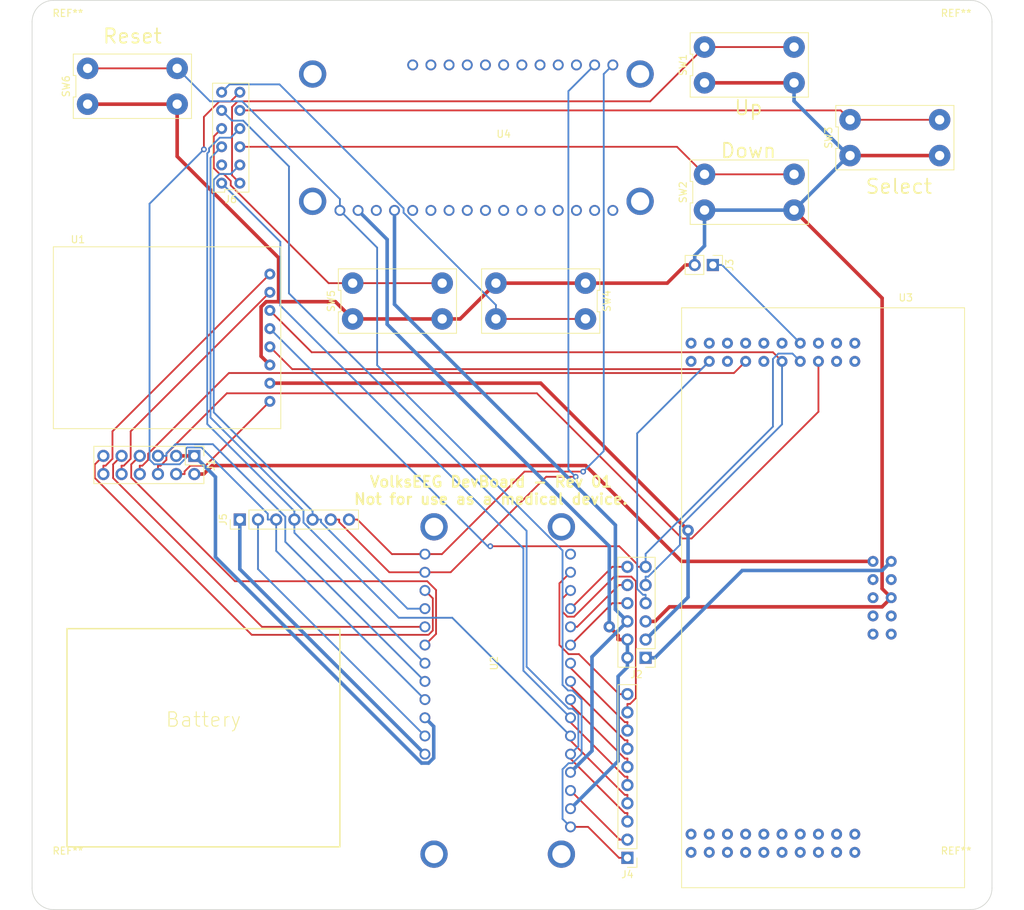
<source format=kicad_pcb>
(kicad_pcb (version 20211014) (generator pcbnew)
  (layers (0 "F.Cu" signal) (31 "B.Cu" signal) (34 "B.Paste" user) (35 "F.Paste" user) (36 "B.SilkS" user "B.Silkscreen") (37 "F.SilkS" user "F.Silkscreen") (38 "B.Mask" user) (39 "F.Mask" user) (44 "Edge.Cuts" user))
  (net 0 "")
  (net 1 "/5V_nrf")
  (net 2 "/~{ADS_DRDY_nrf}")
  (net 3 "/~{ADS_CS_nrf}")
  (net 4 "/~{CARD_CS_nrf}")
  (net 5 "/~{CARD_CD_nrf}")
  (net 6 "/3V3_nrf")
  (net 7 "/GND_nrf")
  (net 8 "/MOSI_nrf")
  (net 9 "/MISO_nrf")
  (net 10 "/SCK_nrf")
  (net 11 "/5V_sdc")
  (net 12 "/5V_ads")
  (net 13 "/~{DRDY_ads}")
  (net 14 "/~{CS_ads}")
  (net 15 "/~{CS_sdc}")
  (net 16 "/~{CD_sdc}")
  (net 17 "/3V3_sdc")
  (net 18 "/3V3_ads")
  (net 19 "/MOSI")
  (net 20 "/MISO")
  (net 21 "/SCK")
  (net 22 "Net-(J3-Pad1)")
  (net 23 "/RST_nrf")
  (net 24 "/AREF_nrf")
  (net 25 "/A0_nrf")
  (net 26 "/A1_nrf")
  (net 27 "/A2_nrf")
  (net 28 "/A3_nrf")
  (net 29 "/A4_nrf")
  (net 30 "/A5_nrf")
  (net 31 "/RX_nrf")
  (net 32 "/TX_nrf")
  (net 33 "/BAT_nrf")
  (net 34 "/EN_nrf")
  (net 35 "/GPIO13_nrf")
  (net 36 "/GPIO11_nrf")
  (net 38 "/GPIO6_nrf")
  (net 39 "/SCL_nrf")
  (net 40 "/SDA_nrf")
  (net 44 "/sw2")
  (net 45 "/sw4")
  (net 46 "/sw3")
  (net 47 "/sw5")
  (net 48 "/sw6")
  (net 49 "/GND")
  (net 50 "/sw1")
  (footprint "MountingHole:MountingHole_2.2mm_M2" (layer "F.Cu") (at 103 146)
    (fp_text reference "REF**")
    (fp_text value "MountingHole_2.2mm_M2")
  )
  (footprint "Connector_PinHeader_2.54mm:PinHeader_1x02_P2.54mm_Vertical" (layer "F.Cu") (at 193.04 60.96 -90)
    (fp_text reference "J3")
    (fp_text value "Conn_02x01")
  )
  (footprint "Connector_PinHeader_2.54mm:PinHeader_1x10_P2.54mm_Vertical" (layer "F.Cu") (at 181.107 143.769 180)
    (fp_text reference "J4")
    (fp_text value "Conn_01x10" hide)
  )
  (footprint "MountingHole:MountingHole_2.2mm_M2" (layer "F.Cu") (at 227 146)
    (fp_text reference "REF**")
    (fp_text value "MountingHole_2.2mm_M2")
  )
  (footprint "VolksEEG:nRF52840_Feather_Sense" (layer "F.Cu") (at 163 116.586 90)
    (fp_text reference "U2")
    (fp_text value "nRF52840-Feather-Sense")
  )
  (footprint "Connector_PinHeader_2.54mm:PinHeader_2x06_P2.54mm_Vertical" (layer "F.Cu") (at 120.65 87.625 -90)
    (fp_text reference "J1")
    (fp_text value "Conn_02x06_Odd_Even" hide)
  )
  (footprint "Connector_PinHeader_2.54mm:PinHeader_1x07_P2.54mm_Vertical" (layer "F.Cu") (at 126.995 96.52 90)
    (fp_text reference "J5")
    (fp_text value "Conn_01x07" hide)
  )
  (footprint "VolksEEG:Sparkfun Tactile Switch" (layer "F.Cu") (at 218.44 43.18)
    (fp_text reference "SW3")
    (fp_text value "Tact-Switch")
  )
  (footprint "VolksEEG:ADS1299EEGFE-PDK" (layer "F.Cu") (at 233.172 107.442 -90)
    (fp_text reference "U3")
    (fp_text value "ADS1299EEGFE-PDK")
  )
  (footprint "VolksEEG:Adafruit_SD_Breakout" (layer "F.Cu") (at 116.84 71.12)
    (fp_text reference "U1")
    (fp_text value "Adafruit_SD_Breakout")
  )
  (footprint "VolksEEG:nRF52840_Feather_Sense" (layer "F.Cu") (at 163.83 43.18)
    (fp_text reference "U4")
    (fp_text value "Adafruit-4650-FeatherWing-128x64")
  )
  (footprint "VolksEEG:Sparkfun Tactile Switch" (layer "F.Cu") (at 112 36)
    (fp_text reference "SW6")
    (fp_text value "Reset Switch")
  )
  (footprint "MountingHole:MountingHole_2.2mm_M2" (layer "F.Cu") (at 103 29)
    (fp_text reference "REF**")
    (fp_text value "MountingHole_2.2mm_M2")
  )
  (footprint "Connector_PinHeader_2.54mm:PinHeader_2x06_P2.54mm_Vertical" (layer "F.Cu") (at 183.647 115.824 180)
    (fp_text reference "J2")
    (fp_text value "Conn_02x06_Odd_Even" hide)
  )
  (footprint "VolksEEG:Sparkfun Tactile Switch" (layer "F.Cu") (at 198.12 50.8)
    (fp_text reference "SW2")
    (fp_text value "Tact-Switch")
  )
  (footprint "MountingHole:MountingHole_2.2mm_M2" (layer "F.Cu") (at 227 29)
    (fp_text reference "REF**")
    (fp_text value "MountingHole_2.2mm_M2")
  )
  (footprint "VolksEEG:Sparkfun Tactile Switch" (layer "F.Cu") (at 198.12 33.02)
    (fp_text reference "SW1")
    (fp_text value "Tact-Switch")
  )
  (footprint "VolksEEG:Sparkfun Tactile Switch" (layer "F.Cu") (at 149 66)
    (fp_text reference "SW5")
    (fp_text value "Tact-Switch")
  )
  (footprint "VolksEEG:Sparkfun Tactile Switch" (layer "F.Cu") (at 169 66 180)
    (fp_text reference "SW4")
    (fp_text value "Tact-Switch")
  )
  (footprint "VolksEEG:6-Jumper Header" (layer "F.Cu") (at 125.73 43.18 90)
    (fp_text reference "J6")
    (fp_text value "Conn_02x06_Odd_Even")
  )
  (gr_rect (start 102.87 111.76) (end 140.97 142.24) (layer "F.SilkS") (width 0.2) (fill none))
  (gr_line (start 232 27) (end 232 148) (layer "Edge.Cuts") (width 0.1))
  (gr_arc (start 232 148) (mid 231.12132 150.12132) (end 229 151) (layer "Edge.Cuts") (width 0.1))
  (gr_line (start 98 148) (end 98 27) (layer "Edge.Cuts") (width 0.1))
  (gr_line (start 229 151) (end 101 151) (layer "Edge.Cuts") (width 0.1))
  (gr_arc (start 101 151) (mid 98.87868 150.12132) (end 98 148) (layer "Edge.Cuts") (width 0.1))
  (gr_arc (start 229 24) (mid 231.12132 24.87868) (end 232 27) (layer "Edge.Cuts") (width 0.1))
  (gr_line (start 101 24) (end 229 24) (layer "Edge.Cuts") (width 0.1))
  (gr_arc (start 98 27) (mid 98.87868 24.87868) (end 101 24) (layer "Edge.Cuts") (width 0.1))
  (gr_text "Up" (at 198 39) (layer "F.SilkS") (effects (font (size 2 2) (thickness 0.25))))
  (gr_text "VolksEEG DevBoard - Rev 01\nNot for use as a medical device." (at 162.052 92.456) (layer "F.SilkS") (effects (font (size 1.5 1.5) (thickness 0.3))))
  (gr_text "Battery" (at 121.92 124.46) (layer "F.SilkS") (effects (font (size 2 2))))
  (gr_text "Down" (at 198 45) (layer "F.SilkS") (effects (font (size 2 2) (thickness 0.25))))
  (gr_text "Reset" (at 112 29) (layer "F.SilkS") (effects (font (size 2 2) (thickness 0.25))))
  (gr_text "Select" (at 219 50) (layer "F.SilkS") (effects (font (size 2 2) (thickness 0.25))))
  (segment (start 118.11 87.625) (end 120.65 87.625) (width 0.5) (layer "F.Cu") (net 1))
  (segment (start 154.065 129.8157) (end 154.065 125.431) (width 0.5) (layer "B.Cu") (net 1))
  (segment (start 152.3671 130.5335) (end 153.3472 130.5335) (width 0.5) (layer "B.Cu") (net 1))
  (segment (start 154.065 125.431) (end 152.84 124.206) (width 0.5) (layer "B.Cu") (net 1))
  (segment (start 153.3472 130.5335) (end 154.065 129.8157) (width 0.5) (layer "B.Cu") (net 1))
  (segment (start 123.5952 101.7616) (end 152.3671 130.5335) (width 0.5) (layer "B.Cu") (net 1))
  (segment (start 123.5952 90.5702) (end 123.5952 101.7616) (width 0.5) (layer "B.Cu") (net 1))
  (segment (start 120.65 87.625) (end 123.5952 90.5702) (width 0.5) (layer "B.Cu") (net 1))
  (segment (start 115.57 87.625) (end 116.7453 87.625) (width 0.25) (layer "B.Cu") (net 2))
  (segment (start 123.2309 85.9978) (end 118.0052 85.9978) (width 0.25) (layer "B.Cu") (net 2))
  (segment (start 133.345 99.631) (end 133.345 96.1119) (width 0.25) (layer "B.Cu") (net 2))
  (segment (start 116.7453 87.2577) (end 116.7453 87.625) (width 0.25) (layer "B.Cu") (net 2))
  (segment (start 133.345 96.1119) (end 123.2309 85.9978) (width 0.25) (layer "B.Cu") (net 2))
  (segment (start 118.0052 85.9978) (end 116.7453 87.2577) (width 0.25) (layer "B.Cu") (net 2))
  (segment (start 152.84 119.126) (end 133.345 99.631) (width 0.25) (layer "B.Cu") (net 2))
  (segment (start 152.84 114.046) (end 154.3895 112.4965) (width 0.25) (layer "F.Cu") (net 3))
  (segment (start 154.3895 106.3644) (end 153.1618 105.1367) (width 0.25) (layer "F.Cu") (net 3))
  (segment (start 111.8394 90.6557) (end 111.8394 88.8156) (width 0.25) (layer "F.Cu") (net 3))
  (segment (start 154.3895 112.4965) (end 154.3895 106.3644) (width 0.25) (layer "F.Cu") (net 3))
  (segment (start 111.8394 88.8156) (end 113.03 87.625) (width 0.25) (layer "F.Cu") (net 3))
  (segment (start 126.3204 105.1367) (end 111.8394 90.6557) (width 0.25) (layer "F.Cu") (net 3))
  (segment (start 153.1618 105.1367) (end 126.3204 105.1367) (width 0.25) (layer "F.Cu") (net 3))
  (segment (start 109.308 88.807) (end 109.308 90.7242) (width 0.25) (layer "F.Cu") (net 4))
  (segment (start 109.308 90.7242) (end 130.0898 111.506) (width 0.25) (layer "F.Cu") (net 4))
  (segment (start 130.0898 111.506) (end 152.84 111.506) (width 0.25) (layer "F.Cu") (net 4))
  (segment (start 110.49 87.625) (end 109.308 88.807) (width 0.25) (layer "F.Cu") (net 4))
  (segment (start 153.9392 107.5252) (end 152.84 106.426) (width 0.25) (layer "F.Cu") (net 5))
  (segment (start 153.3308 112.6216) (end 153.9392 112.0132) (width 0.25) (layer "F.Cu") (net 5))
  (segment (start 106.7444 88.8306) (end 106.7444 90.7039) (width 0.25) (layer "F.Cu") (net 5))
  (segment (start 128.6621 112.6216) (end 153.3308 112.6216) (width 0.25) (layer "F.Cu") (net 5))
  (segment (start 153.9392 112.0132) (end 153.9392 107.5252) (width 0.25) (layer "F.Cu") (net 5))
  (segment (start 106.7444 90.7039) (end 128.6621 112.6216) (width 0.25) (layer "F.Cu") (net 5))
  (segment (start 107.95 87.625) (end 106.7444 88.8306) (width 0.25) (layer "F.Cu") (net 5))
  (segment (start 181.107 113.284) (end 179.8067 113.284) (width 0.5) (layer "F.Cu") (net 6))
  (segment (start 179.8067 112.7148) (end 178.5771 111.4852) (width 0.5) (layer "F.Cu") (net 6))
  (segment (start 179.8067 113.284) (end 179.8067 112.7148) (width 0.5) (layer "F.Cu") (net 6))
  (via (at 178.5771 111.4852) (size 1.6) (drill 0.8) (layers "F.Cu" "B.Cu") (net 6))
  (segment (start 147.5643 69.2332) (end 178.5771 100.246) (width 0.5) (layer "B.Cu") (net 6))
  (segment (start 173.16 136.906) (end 179.8067 130.2593) (width 0.5) (layer "B.Cu") (net 6))
  (segment (start 178.5771 100.246) (end 178.5771 111.4852) (width 0.5) (layer "B.Cu") (net 6))
  (segment (start 147.5643 57.3943) (end 147.5643 69.2332) (width 0.5) (layer "B.Cu") (net 6))
  (segment (start 181.107 115.824) (end 181.107 117.1243) (width 0.5) (layer "B.Cu") (net 6))
  (segment (start 181.107 113.284) (end 181.107 115.824) (width 0.5) (layer "B.Cu") (net 6))
  (segment (start 179.8067 118.4246) (end 181.107 117.1243) (width 0.5) (layer "B.Cu") (net 6))
  (segment (start 143.51 53.34) (end 147.5643 57.3943) (width 0.5) (layer "B.Cu") (net 6))
  (segment (start 179.8067 130.2593) (end 179.8067 118.4246) (width 0.5) (layer "B.Cu") (net 6))
  (segment (start 179.4283 97.2959) (end 179.4283 109.0653) (width 0.5) (layer "B.Cu") (net 7))
  (segment (start 181.107 110.744) (end 176.1591 115.6919) (width 0.5) (layer "B.Cu") (net 7))
  (segment (start 176.1591 115.6919) (end 176.1591 128.8269) (width 0.5) (layer "B.Cu") (net 7))
  (segment (start 179.4283 109.0653) (end 181.107 110.744) (width 0.5) (layer "B.Cu") (net 7))
  (segment (start 148.59 66.4576) (end 179.4283 97.2959) (width 0.5) (layer "B.Cu") (net 7))
  (segment (start 176.1591 128.8269) (end 173.16 131.826) (width 0.5) (layer "B.Cu") (net 7))
  (segment (start 148.59 53.34) (end 148.59 66.4576) (width 0.5) (layer "B.Cu") (net 7))
  (segment (start 181.107 105.664) (end 179.9317 105.664) (width 0.25) (layer "F.Cu") (net 8))
  (segment (start 179.9317 105.664) (end 174.0897 111.506) (width 0.25) (layer "F.Cu") (net 8))
  (segment (start 174.0897 111.506) (end 173.16 111.506) (width 0.25) (layer "F.Cu") (net 8))
  (segment (start 181.107 103.124) (end 179.002 103.124) (width 0.25) (layer "F.Cu") (net 9))
  (segment (start 179.002 103.124) (end 173.16 108.966) (width 0.25) (layer "F.Cu") (net 9))
  (segment (start 181.107 108.204) (end 179.9317 108.204) (width 0.25) (layer "F.Cu") (net 10))
  (segment (start 179.9317 108.204) (end 179.002 108.204) (width 0.25) (layer "F.Cu") (net 10))
  (segment (start 179.002 108.204) (end 173.16 114.046) (width 0.25) (layer "F.Cu") (net 10))
  (segment (start 118.11 90.165) (end 119.2853 90.165) (width 0.25) (layer "F.Cu") (net 11))
  (segment (start 122.2113 88.9897) (end 120.0932 88.9897) (width 0.25) (layer "F.Cu") (net 11))
  (segment (start 120.0932 88.9897) (end 119.2853 89.7976) (width 0.25) (layer "F.Cu") (net 11))
  (segment (start 119.2853 89.7976) (end 119.2853 90.165) (width 0.25) (layer "F.Cu") (net 11))
  (segment (start 131.191 80.01) (end 122.2113 88.9897) (width 0.25) (layer "F.Cu") (net 11))
  (segment (start 215.392 102.362) (end 188.6654 102.362) (width 0.5) (layer "F.Cu") (net 12))
  (segment (start 120.65 90.165) (end 121.9503 90.165) (width 0.5) (layer "F.Cu") (net 12))
  (segment (start 188.6654 102.362) (end 175.2821 88.9787) (width 0.5) (layer "F.Cu") (net 12))
  (segment (start 175.2821 88.9787) (end 123.1366 88.9787) (width 0.5) (layer "F.Cu") (net 12))
  (segment (start 123.1366 88.9787) (end 121.9503 90.165) (width 0.5) (layer "F.Cu") (net 12))
  (segment (start 190.0673 99.1651) (end 188.7452 99.1651) (width 0.25) (layer "F.Cu") (net 13))
  (segment (start 207.772 74.422) (end 207.772 81.4604) (width 0.25) (layer "F.Cu") (net 13))
  (segment (start 168.4667 78.8866) (end 125.1841 78.8866) (width 0.25) (layer "F.Cu") (net 13))
  (segment (start 116.7453 87.3254) (end 116.7453 88.1818) (width 0.25) (layer "F.Cu") (net 13))
  (segment (start 116.7453 88.1818) (end 115.9374 88.9897) (width 0.25) (layer "F.Cu") (net 13))
  (segment (start 188.7452 99.1651) (end 168.4667 78.8866) (width 0.25) (layer "F.Cu") (net 13))
  (segment (start 125.1841 78.8866) (end 116.7453 87.3254) (width 0.25) (layer "F.Cu") (net 13))
  (segment (start 115.57 90.165) (end 115.57 88.9897) (width 0.25) (layer "F.Cu") (net 13))
  (segment (start 207.772 81.4604) (end 190.0673 99.1651) (width 0.25) (layer "F.Cu") (net 13))
  (segment (start 115.9374 88.9897) (end 115.57 88.9897) (width 0.25) (layer "F.Cu") (net 13))
  (segment (start 125.4684 76.0544) (end 114.2053 87.3175) (width 0.25) (layer "F.Cu") (net 14))
  (segment (start 114.2053 88.1818) (end 113.3974 88.9897) (width 0.25) (layer "F.Cu") (net 14))
  (segment (start 113.3974 88.9897) (end 113.03 88.9897) (width 0.25) (layer "F.Cu") (net 14))
  (segment (start 114.2053 87.3175) (end 114.2053 88.1818) (width 0.25) (layer "F.Cu") (net 14))
  (segment (start 195.9796 76.0544) (end 125.4684 76.0544) (width 0.25) (layer "F.Cu") (net 14))
  (segment (start 197.612 74.422) (end 195.9796 76.0544) (width 0.25) (layer "F.Cu") (net 14))
  (segment (start 113.03 90.165) (end 113.03 88.9897) (width 0.25) (layer "F.Cu") (net 14))
  (segment (start 111.76 84.201) (end 111.76 88.0332) (width 0.25) (layer "F.Cu") (net 15))
  (segment (start 110.8035 88.9897) (end 110.49 88.9897) (width 0.25) (layer "F.Cu") (net 15))
  (segment (start 111.76 88.0332) (end 110.8035 88.9897) (width 0.25) (layer "F.Cu") (net 15))
  (segment (start 110.49 90.165) (end 110.49 88.9897) (width 0.25) (layer "F.Cu") (net 15))
  (segment (start 131.191 64.77) (end 111.76 84.201) (width 0.25) (layer "F.Cu") (net 15))
  (segment (start 107.95 90.165) (end 107.95 88.9897) (width 0.25) (layer "F.Cu") (net 16))
  (segment (start 109.22 88.0332) (end 108.2635 88.9897) (width 0.25) (layer "F.Cu") (net 16))
  (segment (start 109.22 84.201) (end 109.22 88.0332) (width 0.25) (layer "F.Cu") (net 16))
  (segment (start 131.191 62.23) (end 109.22 84.201) (width 0.25) (layer "F.Cu") (net 16))
  (segment (start 108.2635 88.9897) (end 107.95 88.9897) (width 0.25) (layer "F.Cu") (net 16))
  (segment (start 169.0058 77.47) (end 131.191 77.47) (width 0.5) (layer "F.Cu") (net 17))
  (segment (start 189.5712 98.0354) (end 169.0058 77.47) (width 0.5) (layer "F.Cu") (net 17))
  (via (at 189.5712 98.0354) (size 1.6) (drill 0.8) (layers "F.Cu" "B.Cu") (net 17))
  (segment (start 183.647 113.284) (end 189.5712 107.3598) (width 0.5) (layer "B.Cu") (net 17))
  (segment (start 189.5712 107.3598) (end 189.5712 98.0354) (width 0.5) (layer "B.Cu") (net 17))
  (segment (start 216.662 103.632) (end 217.932 102.362) (width 0.5) (layer "B.Cu") (net 18))
  (segment (start 183.647 115.824) (end 184.9473 115.824) (width 0.5) (layer "B.Cu") (net 18))
  (segment (start 197.1393 103.632) (end 216.662 103.632) (width 0.5) (layer "B.Cu") (net 18))
  (segment (start 184.9473 115.824) (end 197.1393 103.632) (width 0.5) (layer "B.Cu") (net 18))
  (segment (start 137.033 73.152) (end 201.422 73.152) (width 0.25) (layer "F.Cu") (net 19))
  (segment (start 131.191 67.31) (end 137.033 73.152) (width 0.25) (layer "F.Cu") (net 19))
  (segment (start 201.422 73.152) (end 202.692 74.422) (width 0.25) (layer "F.Cu") (net 19))
  (segment (start 184.0143 104.4887) (end 188.4338 100.0692) (width 0.25) (layer "B.Cu") (net 19))
  (segment (start 202.692 83.222) (end 202.692 74.422) (width 0.25) (layer "B.Cu") (net 19))
  (segment (start 188.4338 100.0692) (end 188.4338 97.4802) (width 0.25) (layer "B.Cu") (net 19))
  (segment (start 183.647 104.4887) (end 184.0143 104.4887) (width 0.25) (layer "B.Cu") (net 19))
  (segment (start 188.4338 97.4802) (end 202.692 83.222) (width 0.25) (layer "B.Cu") (net 19))
  (segment (start 183.647 105.664) (end 183.647 104.4887) (width 0.25) (layer "B.Cu") (net 19))
  (segment (start 179.963 100.248) (end 161.9666 100.248) (width 0.25) (layer "F.Cu") (net 20))
  (segment (start 182.4717 103.124) (end 182.4717 102.7567) (width 0.25) (layer "F.Cu") (net 20))
  (segment (start 182.4717 102.7567) (end 179.963 100.248) (width 0.25) (layer "F.Cu") (net 20))
  (segment (start 183.647 103.124) (end 182.4717 103.124) (width 0.25) (layer "F.Cu") (net 20))
  (via (at 161.9666 100.248) (size 0.8) (drill 0.4) (layers "F.Cu" "B.Cu") (net 20))
  (segment (start 183.647 103.124) (end 183.647 101.9487) (width 0.25) (layer "B.Cu") (net 20))
  (segment (start 161.589 100.248) (end 161.9666 100.248) (width 0.25) (layer "B.Cu") (net 20))
  (segment (start 202.1771 73.3346) (end 201.422 74.0897) (width 0.25) (layer "B.Cu") (net 20))
  (segment (start 183.647 101.3118) (end 183.647 101.9487) (width 0.25) (layer "B.Cu") (net 20))
  (segment (start 131.191 69.85) (end 161.589 100.248) (width 0.25) (layer "B.Cu") (net 20))
  (segment (start 201.422 74.0897) (end 201.422 83.5368) (width 0.25) (layer "B.Cu") (net 20))
  (segment (start 204.1446 73.3346) (end 202.1771 73.3346) (width 0.25) (layer "B.Cu") (net 20))
  (segment (start 201.422 83.5368) (end 183.647 101.3118) (width 0.25) (layer "B.Cu") (net 20))
  (segment (start 205.232 74.422) (end 204.1446 73.3346) (width 0.25) (layer "B.Cu") (net 20))
  (segment (start 191.4446 75.5094) (end 134.3104 75.5094) (width 0.25) (layer "F.Cu") (net 21))
  (segment (start 134.3104 75.5094) (end 131.191 72.39) (width 0.25) (layer "F.Cu") (net 21))
  (segment (start 192.532 74.422) (end 191.4446 75.5094) (width 0.25) (layer "F.Cu") (net 21))
  (segment (start 182.4659 106.2149) (end 182.4659 84.4881) (width 0.25) (layer "B.Cu") (net 21))
  (segment (start 183.2797 107.0287) (end 182.4659 106.2149) (width 0.25) (layer "B.Cu") (net 21))
  (segment (start 183.647 107.0287) (end 183.2797 107.0287) (width 0.25) (layer "B.Cu") (net 21))
  (segment (start 182.4659 84.4881) (end 192.532 74.422) (width 0.25) (layer "B.Cu") (net 21))
  (segment (start 183.647 108.204) (end 183.647 107.0287) (width 0.25) (layer "B.Cu") (net 21))
  (segment (start 205.232 71.882) (end 194.31 60.96) (width 0.25) (layer "B.Cu") (net 22))
  (segment (start 194.31 60.96) (end 193.04 60.96) (width 0.25) (layer "B.Cu") (net 22))
  (segment (start 175.6087 139.446) (end 179.9317 143.769) (width 0.25) (layer "F.Cu") (net 23))
  (segment (start 105.75 33.5) (end 118.25 33.5) (width 0.25) (layer "F.Cu") (net 23))
  (segment (start 181.107 143.769) (end 179.9317 143.769) (width 0.25) (layer "F.Cu") (net 23))
  (segment (start 173.16 139.446) (end 175.6087 139.446) (width 0.25) (layer "F.Cu") (net 23))
  (segment (start 118.25 33.5) (end 122.85 38.1) (width 0.25) (layer "B.Cu") (net 23))
  (segment (start 173.4352 130.556) (end 174.7101 129.2811) (width 0.25) (layer "B.Cu") (net 23))
  (segment (start 146.1681 74.9682) (end 146.1681 58.5381) (width 0.25) (layer "B.Cu") (net 23))
  (segment (start 146.1681 58.5381) (end 140.97 53.34) (width 0.25) (layer "B.Cu") (net 23))
  (segment (start 172.892 130.556) (end 173.4352 130.556) (width 0.25) (layer "B.Cu") (net 23))
  (segment (start 172.0487 131.3993) (end 172.892 130.556) (width 0.25) (layer "B.Cu") (net 23))
  (segment (start 140.97 51.7449) (end 140.97 53.34) (width 0.25) (layer "B.Cu") (net 23))
  (segment (start 172.0487 138.3347) (end 172.0487 131.3993) (width 0.25) (layer "B.Cu") (net 23))
  (segment (start 174.7101 121.67) (end 173.4361 120.396) (width 0.25) (layer "B.Cu") (net 23))
  (segment (start 173.16 139.446) (end 172.0487 138.3347) (width 0.25) (layer "B.Cu") (net 23))
  (segment (start 172.8292 120.396) (end 172.0491 119.6159) (width 0.25) (layer "B.Cu") (net 23))
  (segment (start 127.3251 38.1) (end 140.97 51.7449) (width 0.25) (layer "B.Cu") (net 23))
  (segment (start 172.0491 100.8492) (end 146.1681 74.9682) (width 0.25) (layer "B.Cu") (net 23))
  (segment (start 122.85 38.1) (end 127.3251 38.1) (width 0.25) (layer "B.Cu") (net 23))
  (segment (start 174.7101 129.2811) (end 174.7101 121.67) (width 0.25) (layer "B.Cu") (net 23))
  (segment (start 172.0491 119.6159) (end 172.0491 100.8492) (width 0.25) (layer "B.Cu") (net 23))
  (segment (start 173.4361 120.396) (end 172.8292 120.396) (width 0.25) (layer "B.Cu") (net 23))
  (segment (start 173.16 134.366) (end 179.9317 141.1377) (width 0.25) (layer "F.Cu") (net 24))
  (segment (start 179.9317 141.1377) (end 179.9317 141.229) (width 0.25) (layer "F.Cu") (net 24))
  (segment (start 181.107 141.229) (end 179.9317 141.229) (width 0.25) (layer "F.Cu") (net 24))
  (segment (start 181.107 138.689) (end 181.107 137.5137) (width 0.25) (layer "F.Cu") (net 25))
  (segment (start 173.16 129.9341) (end 180.7396 137.5137) (width 0.25) (layer "F.Cu") (net 25))
  (segment (start 173.16 129.286) (end 173.16 129.9341) (width 0.25) (layer "F.Cu") (net 25))
  (segment (start 180.7396 137.5137) (end 181.107 137.5137) (width 0.25) (layer "F.Cu") (net 25))
  (segment (start 174.2598 128.1862) (end 173.16 129.286) (width 0.25) (layer "B.Cu") (net 25))
  (segment (start 124.46 39.37) (end 125.8887 40.7987) (width 0.25) (layer "B.Cu") (net 25))
  (segment (start 167.0316 98.1007) (end 167.0316 117.0754) (width 0.25) (layer "B.Cu") (net 25))
  (segment (start 133.8587 47.1962) (end 133.8587 64.9278) (width 0.25) (layer "B.Cu") (net 25))
  (segment (start 133.8587 64.9278) (end 167.0316 98.1007) (width 0.25) (layer "B.Cu") (net 25))
  (segment (start 167.0316 117.0754) (end 172.8922 122.936) (width 0.25) (layer "B.Cu") (net 25))
  (segment (start 172.8922 122.936) (end 173.4335 122.936) (width 0.25) (layer "B.Cu") (net 25))
  (segment (start 127.4612 40.7987) (end 133.8587 47.1962) (width 0.25) (layer "B.Cu") (net 25))
  (segment (start 174.2598 123.7623) (end 174.2598 128.1862) (width 0.25) (layer "B.Cu") (net 25))
  (segment (start 173.4335 122.936) (end 174.2598 123.7623) (width 0.25) (layer "B.Cu") (net 25))
  (segment (start 125.8887 40.7987) (end 127.4612 40.7987) (width 0.25) (layer "B.Cu") (net 25))
  (segment (start 180.7396 134.9737) (end 181.107 134.9737) (width 0.25) (layer "F.Cu") (net 26))
  (segment (start 173.16 126.746) (end 173.16 127.3941) (width 0.25) (layer "F.Cu") (net 26))
  (segment (start 181.107 136.149) (end 181.107 134.9737) (width 0.25) (layer "F.Cu") (net 26))
  (segment (start 173.16 127.3941) (end 180.7396 134.9737) (width 0.25) (layer "F.Cu") (net 26))
  (segment (start 122.9022 46.0078) (end 124.46 44.45) (width 0.25) (layer "B.Cu") (net 26))
  (segment (start 122.9022 82.2702) (end 122.9022 46.0078) (width 0.25) (layer "B.Cu") (net 26))
  (segment (start 149.1807 110.236) (end 135.885 96.9403) (width 0.25) (layer "B.Cu") (net 26))
  (segment (start 135.885 95.253) (end 122.9022 82.2702) (width 0.25) (layer "B.Cu") (net 26))
  (segment (start 156.65 110.236) (end 149.1807 110.236) (width 0.25) (layer "B.Cu") (net 26))
  (segment (start 135.885 96.9403) (end 135.885 95.253) (width 0.25) (layer "B.Cu") (net 26))
  (segment (start 173.16 126.746) (end 156.65 110.236) (width 0.25) (layer "B.Cu") (net 26))
  (segment (start 181.107 133.609) (end 181.107 132.4337) (width 0.25) (layer "F.Cu") (net 27))
  (segment (start 173.16 124.206) (end 173.16 124.8541) (width 0.25) (layer "F.Cu") (net 27))
  (segment (start 173.16 124.8541) (end 180.7396 132.4337) (width 0.25) (layer "F.Cu") (net 27))
  (segment (start 180.7396 132.4337) (end 181.107 132.4337) (width 0.25) (layer "F.Cu") (net 27))
  (segment (start 124.46 49.53) (end 132.6558 57.7258) (width 0.25) (layer "B.Cu") (net 27))
  (segment (start 132.6558 57.7258) (end 132.6558 66.631) (width 0.25) (layer "B.Cu") (net 27))
  (segment (start 132.6558 66.631) (end 166.5812 100.5564) (width 0.25) (layer "B.Cu") (net 27))
  (segment (start 166.5812 117.6272) (end 173.16 124.206) (width 0.25) (layer "B.Cu") (net 27))
  (segment (start 166.5812 100.5564) (end 166.5812 117.6272) (width 0.25) (layer "B.Cu") (net 27))
  (segment (start 180.7396 129.8937) (end 181.107 129.8937) (width 0.25) (layer "F.Cu") (net 28))
  (segment (start 173.16 121.666) (end 173.16 122.3141) (width 0.25) (layer "F.Cu") (net 28))
  (segment (start 181.107 131.069) (end 181.107 129.8937) (width 0.25) (layer "F.Cu") (net 28))
  (segment (start 173.16 122.3141) (end 180.7396 129.8937) (width 0.25) (layer "F.Cu") (net 28))
  (segment (start 181.107 128.529) (end 181.107 127.3537) (width 0.25) (layer "F.Cu") (net 29))
  (segment (start 180.7396 127.3537) (end 181.107 127.3537) (width 0.25) (layer "F.Cu") (net 29))
  (segment (start 173.16 119.7741) (end 180.7396 127.3537) (width 0.25) (layer "F.Cu") (net 29))
  (segment (start 173.16 119.126) (end 173.16 119.7741) (width 0.25) (layer "F.Cu") (net 29))
  (segment (start 180.7396 124.8137) (end 181.107 124.8137) (width 0.25) (layer "F.Cu") (net 30))
  (segment (start 173.16 117.2341) (end 180.7396 124.8137) (width 0.25) (layer "F.Cu") (net 30))
  (segment (start 181.107 125.989) (end 181.107 124.8137) (width 0.25) (layer "F.Cu") (net 30))
  (segment (start 173.16 116.586) (end 173.16 117.2341) (width 0.25) (layer "F.Cu") (net 30))
  (segment (start 182.2823 121.4658) (end 181.4744 122.2737) (width 0.25) (layer "F.Cu") (net 31))
  (segment (start 172.0674 109.4243) (end 172.7269 110.0838) (width 0.25) (layer "F.Cu") (net 31))
  (segment (start 182.2823 105.1259) (end 182.2823 121.4658) (width 0.25) (layer "F.Cu") (net 31))
  (segment (start 173.6643 110.0838) (end 179.2626 104.4855) (width 0.25) (layer "F.Cu") (net 31))
  (segment (start 181.6419 104.4855) (end 182.2823 105.1259) (width 0.25) (layer "F.Cu") (net 31))
  (segment (start 172.7269 110.0838) (end 173.6643 110.0838) (width 0.25) (layer "F.Cu") (net 31))
  (segment (start 181.107 123.449) (end 181.107 122.2737) (width 0.25) (layer "F.Cu") (net 31))
  (segment (start 181.4744 122.2737) (end 181.107 122.2737) (width 0.25) (layer "F.Cu") (net 31))
  (segment (start 172.0674 107.5186) (end 172.0674 109.4243) (width 0.25) (layer "F.Cu") (net 31))
  (segment (start 179.2626 104.4855) (end 181.6419 104.4855) (width 0.25) (layer "F.Cu") (net 31))
  (segment (start 173.16 106.426) (end 172.0674 107.5186) (width 0.25) (layer "F.Cu") (net 31))
  (segment (start 171.6171 114.0508) (end 172.8823 115.316) (width 0.25) (layer "F.Cu") (net 32))
  (segment (start 174.3387 115.316) (end 179.9317 120.909) (width 0.25) (layer "F.Cu") (net 32))
  (segment (start 171.6171 105.4289) (end 171.6171 114.0508) (width 0.25) (layer "F.Cu") (net 32))
  (segment (start 172.8823 115.316) (end 174.3387 115.316) (width 0.25) (layer "F.Cu") (net 32))
  (segment (start 173.16 103.886) (end 171.6171 105.4289) (width 0.25) (layer "F.Cu") (net 32))
  (segment (start 181.107 120.909) (end 179.9317 120.909) (width 0.25) (layer "F.Cu") (net 32))
  (segment (start 126.995 96.52) (end 126.995 103.441) (width 0.5) (layer "B.Cu") (net 33))
  (segment (start 126.995 103.441) (end 152.84 129.286) (width 0.5) (layer "B.Cu") (net 33))
  (segment (start 129.535 96.52) (end 129.535 103.441) (width 0.25) (layer "B.Cu") (net 34))
  (segment (start 129.535 103.441) (end 152.84 126.746) (width 0.25) (layer "B.Cu") (net 34))
  (segment (start 127 36.83) (end 125.6854 38.1446) (width 0.25) (layer "F.Cu") (net 35))
  (segment (start 121.9822 40.274) (end 121.9822 44.8172) (width 0.25) (layer "F.Cu") (net 35))
  (segment (start 124.1116 38.1446) (end 121.9822 40.274) (width 0.25) (layer "F.Cu") (net 35))
  (segment (start 125.6854 38.1446) (end 124.1116 38.1446) (width 0.25) (layer "F.Cu") (net 35))
  (via (at 121.9822 44.8172) (size 0.8) (drill 0.4) (layers "F.Cu" "B.Cu") (net 35))
  (segment (start 119.4743 86.6328) (end 119.659 86.4481) (width 0.25) (layer "B.Cu") (net 35))
  (segment (start 132.075 96.52) (end 130.8997 96.52) (width 0.25) (layer "B.Cu") (net 35))
  (segment (start 121.6358 86.4481) (end 130.8997 95.712) (width 0.25) (layer "B.Cu") (net 35))
  (segment (start 121.9822 44.8172) (end 114.3946 52.4048) (width 0.25) (layer "B.Cu") (net 35))
  (segment (start 130.8997 95.712) (end 130.8997 96.52) (width 0.25) (layer "B.Cu") (net 35))
  (segment (start 152.84 121.666) (end 132.075 100.901) (width 0.25) (layer "B.Cu") (net 35))
  (segment (start 118.5979 88.8019) (end 119.4743 87.9255) (width 0.25) (layer "B.Cu") (net 35))
  (segment (start 115.0459 88.8019) (end 118.5979 88.8019) (width 0.25) (layer "B.Cu") (net 35))
  (segment (start 119.4743 87.9255) (end 119.4743 86.6328) (width 0.25) (layer "B.Cu") (net 35))
  (segment (start 132.075 100.901) (end 132.075 96.52) (width 0.25) (layer "B.Cu") (net 35))
  (segment (start 114.3946 52.4048) (end 114.3946 88.1506) (width 0.25) (layer "B.Cu") (net 35))
  (segment (start 119.659 86.4481) (end 121.6358 86.4481) (width 0.25) (layer "B.Cu") (net 35))
  (segment (start 114.3946 88.1506) (end 115.0459 88.8019) (width 0.25) (layer "B.Cu") (net 35))
  (segment (start 125.73 43.18) (end 127 41.91) (width 0.25) (layer "B.Cu") (net 36))
  (segment (start 122.4518 83.1815) (end 122.4518 45.3734) (width 0.25) (layer "B.Cu") (net 36))
  (segment (start 152.84 116.586) (end 134.615 98.361) (width 0.25) (layer "B.Cu") (net 36))
  (segment (start 122.7075 45.1177) (end 122.7075 44.6591) (width 0.25) (layer "B.Cu") (net 36))
  (segment (start 122.7075 44.6591) (end 124.1866 43.18) (width 0.25) (layer "B.Cu") (net 36))
  (segment (start 134.615 95.3447) (end 122.4518 83.1815) (width 0.25) (layer "B.Cu") (net 36))
  (segment (start 134.615 98.361) (end 134.615 96.52) (width 0.25) (layer "B.Cu") (net 36))
  (segment (start 122.4518 45.3734) (end 122.7075 45.1177) (width 0.25) (layer "B.Cu") (net 36))
  (segment (start 134.615 96.52) (end 134.615 95.3447) (width 0.25) (layer "B.Cu") (net 36))
  (segment (start 124.1866 43.18) (end 125.73 43.18) (width 0.25) (layer "B.Cu") (net 36))
  (segment (start 127 46.99) (end 125.73 48.26) (width 0.25) (layer "B.Cu") (net 38))
  (segment (start 138.3303 96.52) (end 138.3303 96.8873) (width 0.25) (layer "B.Cu") (net 38))
  (segment (start 137.155 96.52) (end 137.155 95.3447) (width 0.25) (layer "B.Cu") (net 38))
  (segment (start 150.409 108.966) (end 152.84 108.966) (width 0.25) (layer "B.Cu") (net 38))
  (segment (start 138.3303 96.8873) (end 150.409 108.966) (width 0.25) (layer "B.Cu") (net 38))
  (segment (start 137.155 96.52) (end 138.3303 96.52) (width 0.25) (layer "B.Cu") (net 38))
  (segment (start 125.73 48.26) (end 124.1505 48.26) (width 0.25) (layer "B.Cu") (net 38))
  (segment (start 123.3526 49.0579) (end 123.3526 81.5423) (width 0.25) (layer "B.Cu") (net 38))
  (segment (start 123.3526 81.5423) (end 137.155 95.3447) (width 0.25) (layer "B.Cu") (net 38))
  (segment (start 124.1505 48.26) (end 123.3526 49.0579) (width 0.25) (layer "B.Cu") (net 38))
  (segment (start 139.695 96.52) (end 140.8703 96.52) (width 0.25) (layer "F.Cu") (net 39))
  (segment (start 156.4276 103.886) (end 169.7676 90.546) (width 0.25) (layer "F.Cu") (net 39))
  (segment (start 140.8703 96.8873) (end 147.869 103.886) (width 0.25) (layer "F.Cu") (net 39))
  (segment (start 169.7676 90.546) (end 173.8809 90.546) (width 0.25) (layer "F.Cu") (net 39))
  (segment (start 147.869 103.886) (end 152.84 103.886) (width 0.25) (layer "F.Cu") (net 39))
  (segment (start 140.8703 96.52) (end 140.8703 96.8873) (width 0.25) (layer "F.Cu") (net 39))
  (segment (start 152.84 103.886) (end 156.4276 103.886) (width 0.25) (layer "F.Cu") (net 39))
  (via (at 173.8809 90.546) (size 0.8) (drill 0.4) (layers "F.Cu" "B.Cu") (net 39))
  (segment (start 173.8809 90.546) (end 172.8651 89.5302) (width 0.25) (layer "B.Cu") (net 39))
  (segment (start 172.8651 36.6849) (end 176.53 33.02) (width 0.25) (layer "B.Cu") (net 39))
  (segment (start 172.8651 89.5302) (end 172.8651 36.6849) (width 0.25) (layer "B.Cu") (net 39))
  (segment (start 174.9215 89.8207) (end 166.7392 89.8207) (width 0.25) (layer "F.Cu") (net 40))
  (segment (start 148.2363 101.346) (end 152.84 101.346) (width 0.25) (layer "F.Cu") (net 40))
  (segment (start 143.4103 96.52) (end 148.2363 101.346) (width 0.25) (layer "F.Cu") (net 40))
  (segment (start 142.235 96.52) (end 143.4103 96.52) (width 0.25) (layer "F.Cu") (net 40))
  (segment (start 174.9298 89.829) (end 174.9215 89.8207) (width 0.25) (layer "F.Cu") (net 40))
  (segment (start 155.2139 101.346) (end 152.84 101.346) (width 0.25) (layer "F.Cu") (net 40))
  (segment (start 166.7392 89.8207) (end 155.2139 101.346) (width 0.25) (layer "F.Cu") (net 40))
  (via (at 174.9298 89.829) (size 0.8) (drill 0.4) (layers "F.Cu" "B.Cu") (net 40))
  (segment (start 174.9298 89.829) (end 177.8 86.9588) (width 0.25) (layer "B.Cu") (net 40))
  (segment (start 177.8 34.29) (end 179.07 33.02) (width 0.25) (layer "B.Cu") (net 40))
  (segment (start 177.8 86.9588) (end 177.8 34.29) (width 0.25) (layer "B.Cu") (net 40))
  (segment (start 191.87 48.3) (end 204.37 48.3) (width 0.25) (layer "F.Cu") (net 44))
  (segment (start 127 44.45) (end 188.02 44.45) (width 0.25) (layer "F.Cu") (net 44))
  (segment (start 188.02 44.45) (end 191.87 48.3) (width 0.25) (layer "F.Cu") (net 44))
  (segment (start 175.25 68.5) (end 162.75 68.5) (width 0.25) (layer "F.Cu") (net 45))
  (segment (start 125.5533 35.7367) (end 132.5343 35.7367) (width 0.25) (layer "B.Cu") (net 45))
  (segment (start 162.75 66.5494) (end 162.75 68.5) (width 0.25) (layer "B.Cu") (net 45))
  (segment (start 149.86 53.0624) (end 149.86 53.6594) (width 0.25) (layer "B.Cu") (net 45))
  (segment (start 124.46 36.83) (end 125.5533 35.7367) (width 0.25) (layer "B.Cu") (net 45))
  (segment (start 149.86 53.6594) (end 162.75 66.5494) (width 0.25) (layer "B.Cu") (net 45))
  (segment (start 132.5343 35.7367) (end 149.86 53.0624) (width 0.25) (layer "B.Cu") (net 45))
  (segment (start 210.88 39.37) (end 212.19 40.68) (width 0.25) (layer "F.Cu") (net 46))
  (segment (start 127 39.37) (end 210.88 39.37) (width 0.25) (layer "F.Cu") (net 46))
  (segment (start 212.19 40.68) (end 224.69 40.68) (width 0.25) (layer "F.Cu") (net 46))
  (segment (start 124.76 48.26) (end 125.73 49.23) (width 0.25) (layer "F.Cu") (net 47))
  (segment (start 139.3929 63.5) (end 142.75 63.5) (width 0.25) (layer "F.Cu") (net 47))
  (segment (start 125.73 49.23) (end 125.73 49.8371) (width 0.25) (layer "F.Cu") (net 47))
  (segment (start 142.75 63.5) (end 155.25 63.5) (width 0.25) (layer "F.Cu") (net 47))
  (segment (start 124.46 41.91) (end 123.3624 43.0076) (width 0.25) (layer "F.Cu") (net 47))
  (segment (start 125.73 49.8371) (end 139.3929 63.5) (width 0.25) (layer "F.Cu") (net 47))
  (segment (start 123.3624 47.4385) (end 124.1839 48.26) (width 0.25) (layer "F.Cu") (net 47))
  (segment (start 123.3624 43.0076) (end 123.3624 47.4385) (width 0.25) (layer "F.Cu") (net 47))
  (segment (start 124.1839 48.26) (end 124.76 48.26) (width 0.25) (layer "F.Cu") (net 47))
  (segment (start 184.9473 110.744) (end 186.9793 108.712) (width 0.5) (layer "F.Cu") (net 49))
  (segment (start 216.662 65.592) (end 216.662 106.172) (width 0.5) (layer "F.Cu") (net 49))
  (segment (start 183.647 110.744) (end 184.9473 110.744) (width 0.5) (layer "F.Cu") (net 49))
  (segment (start 157.75 68.5) (end 155.25 68.5) (width 0.5) (layer "F.Cu") (net 49))
  (segment (start 216.662 106.172) (end 217.932 107.442) (width 0.5) (layer "F.Cu") (net 49))
  (segment (start 142.75 68.5) (end 140.3414 66.0914) (width 0.5) (layer "F.Cu") (net 49))
  (segment (start 204.37 35.52) (end 191.87 35.52) (width 0.5) (layer "F.Cu") (net 49))
  (segment (start 118.25 38.5) (end 105.75 38.5) (width 0.5) (layer "F.Cu") (net 49))
  (segment (start 216.662 108.712) (end 217.932 107.442) (width 0.5) (layer "F.Cu") (net 49))
  (segment (start 190.5 60.96) (end 189.1997 60.96) (width 0.5) (layer "F.Cu") (net 49))
  (segment (start 129.9659 73.7049) (end 131.191 74.93) (width 0.5) (layer "F.Cu") (net 49))
  (segment (start 162.75 63.5) (end 157.75 68.5) (width 0.5) (layer "F.Cu") (net 49))
  (segment (start 162.75 63.5) (end 175.25 63.5) (width 0.5) (layer "F.Cu") (net 49))
  (segment (start 224.69 45.68) (end 212.19 45.68) (width 0.5) (layer "F.Cu") (net 49))
  (segment (start 140.3414 66.0914) (end 132.407 66.0914) (width 0.5) (layer "F.Cu") (net 49))
  (segment (start 132.407 59.9505) (end 132.407 66.0914) (width 0.5) (layer "F.Cu") (net 49))
  (segment (start 129.9659 66.8088) (end 129.9659 73.7049) (width 0.5) (layer "F.Cu") (net 49))
  (segment (start 204.37 53.3) (end 216.662 65.592) (width 0.5) (layer "F.Cu") (net 49))
  (segment (start 118.25 38.5) (end 118.25 45.7935) (width 0.5) (layer "F.Cu") (net 49))
  (segment (start 130.6833 66.0914) (end 129.9659 66.8088) (width 0.5) (layer "F.Cu") (net 49))
  (segment (start 155.25 68.5) (end 142.75 68.5) (width 0.5) (layer "F.Cu") (net 49))
  (segment (start 175.25 63.5) (end 186.6597 63.5) (width 0.5) (layer "F.Cu") (net 49))
  (segment (start 186.6597 63.5) (end 189.1997 60.96) (width 0.5) (layer "F.Cu") (net 49))
  (segment (start 118.25 45.7935) (end 132.407 59.9505) (width 0.5) (layer "F.Cu") (net 49))
  (segment (start 132.407 66.0914) (end 130.6833 66.0914) (width 0.5) (layer "F.Cu") (net 49))
  (segment (start 186.9793 108.712) (end 216.662 108.712) (width 0.5) (layer "F.Cu") (net 49))
  (segment (start 211.99 45.68) (end 212.19 45.68) (width 0.5) (layer "B.Cu") (net 49))
  (segment (start 204.37 38.06) (end 211.99 45.68) (width 0.5) (layer "B.Cu") (net 49))
  (segment (start 204.37 53.3) (end 211.99 45.68) (width 0.5) (layer "B.Cu") (net 49))
  (segment (start 191.87 53.3) (end 191.87 58.2897) (width 0.5) (layer "B.Cu") (net 49))
  (segment (start 191.87 53.3) (end 204.37 53.3) (width 0.5) (layer "B.Cu") (net 49))
  (segment (start 190.5 60.96) (end 190.5 59.6597) (width 0.5) (layer "B.Cu") (net 49))
  (segment (start 191.87 58.2897) (end 190.5 59.6597) (width 0.5) (layer "B.Cu") (net 49))
  (segment (start 204.37 35.52) (end 204.37 38.06) (width 0.5) (layer "B.Cu") (net 49))
  (segment (start 127 49.53) (end 125.9113 48.4413) (width 0.25) (layer "F.Cu") (net 50))
  (segment (start 125.9113 48.4413) (end 125.9113 38.8887) (width 0.25) (layer "F.Cu") (net 50))
  (segment (start 125.9113 38.8887) (end 126.7 38.1) (width 0.25) (layer "F.Cu") (net 50))
  (segment (start 191.87 30.52) (end 204.37 30.52) (width 0.25) (layer "F.Cu") (net 50))
  (segment (start 184.29 38.1) (end 191.87 30.52) (width 0.25) (layer "F.Cu") (net 50))
  (segment (start 126.7 38.1) (end 184.29 38.1) (width 0.25) (layer "F.Cu") (net 50))
)
</source>
